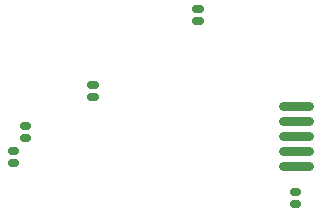
<source format=gbp>
G04 Layer: BottomPasteMaskLayer*
G04 EasyEDA v6.1.48, Tue, 21 May 2019 15:32:19 GMT*
G04 55fe052d9e4a4200a3b67694a85f930b,46bf6a40d4384fdb86bc8fc37bf60e4c,10*
G04 Gerber Generator version 0.2*
G04 Scale: 100 percent, Rotated: No, Reflected: No *
G04 Dimensions in millimeters *
G04 leading zeros omitted , absolute positions ,3 integer and 3 decimal *
%FSLAX33Y33*%
%MOMM*%
G90*
G71D02*

%ADD13C,0.699999*%
%ADD26C,0.799998*%

%LPD*%
G54D13*
G01X21762Y18564D02*
G01X21462Y18564D01*
G01X22778Y19707D02*
G01X22478Y19707D01*
G01X22778Y20723D02*
G01X22478Y20723D01*
G01X21762Y17548D02*
G01X21462Y17548D01*
G01X28493Y24152D02*
G01X28193Y24152D01*
G01X28493Y23136D02*
G01X28193Y23136D01*
G01X37083Y30629D02*
G01X37383Y30629D01*
G01X37083Y29613D02*
G01X37383Y29613D01*
G01X45638Y14119D02*
G01X45338Y14119D01*
G01X45638Y15135D02*
G01X45338Y15135D01*
G54D26*
G01X44388Y22374D02*
G01X46588Y22374D01*
G01X44388Y21104D02*
G01X46588Y21104D01*
G01X44388Y19834D02*
G01X46588Y19834D01*
G01X44388Y18564D02*
G01X46588Y18564D01*
G01X44388Y17294D02*
G01X46588Y17294D01*
M00*
M02*

</source>
